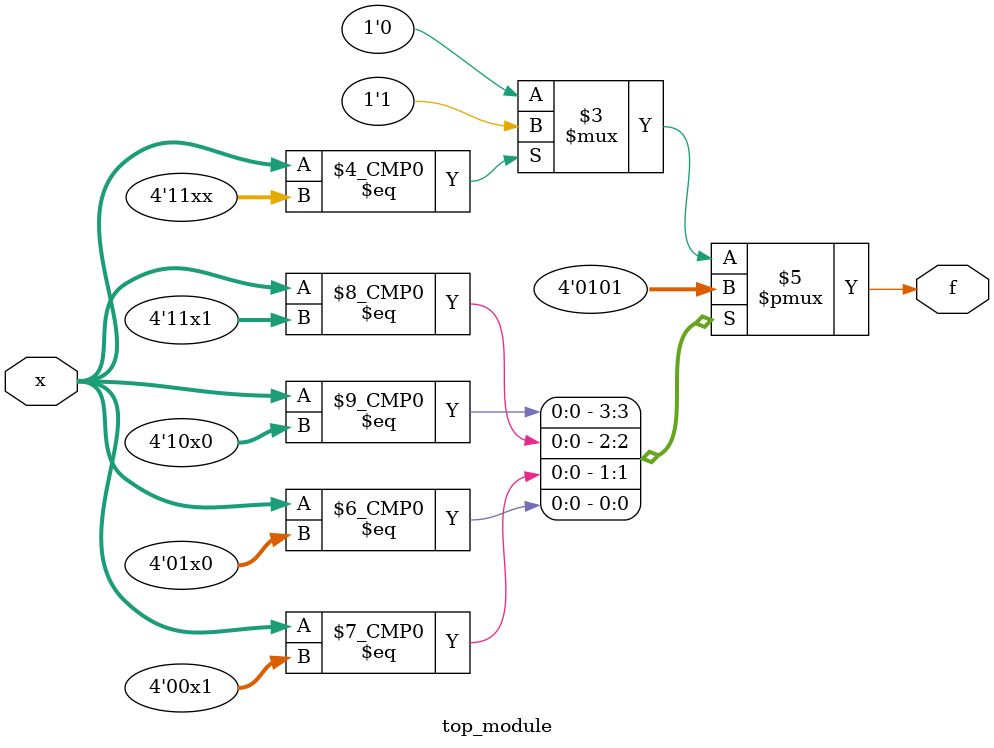
<source format=sv>
module top_module (
    input [4:1] x,
    output logic f
);

always_comb begin
    case (x)
        4'b10x0: f = 0;
        4'b11x1: f = 1;
        4'b00x1: f = 0;
        4'b01x0: f = 1;
        4'b11xx: f = 1;
        default: f = 0;
    endcase
end

endmodule

</source>
